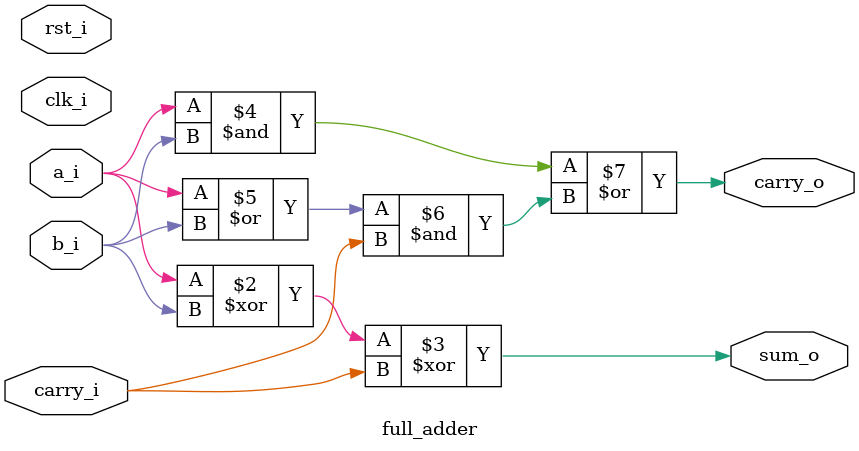
<source format=sv>
module full_adder 

(
    input logic clk_i,
    input logic rst_i,
    input logic  a_i,
    input logic  b_i,
    input logic  carry_i,
    output logic  sum_o,
    output logic carry_o
);


always_comb begin //(posedge clk_i or posedge rst_i) begin
 //   if(rst_i) begin
 //       sum_o <= 1'b0;
        carry_o <= 1'b0;
  //  end   else begin
        sum_o <= (a_i ^ b_i) ^ carry_i;
        carry_o <= (a_i & b_i) | ((a_i | b_i) & carry_i);

//    end

end
endmodule : full_adder
</source>
